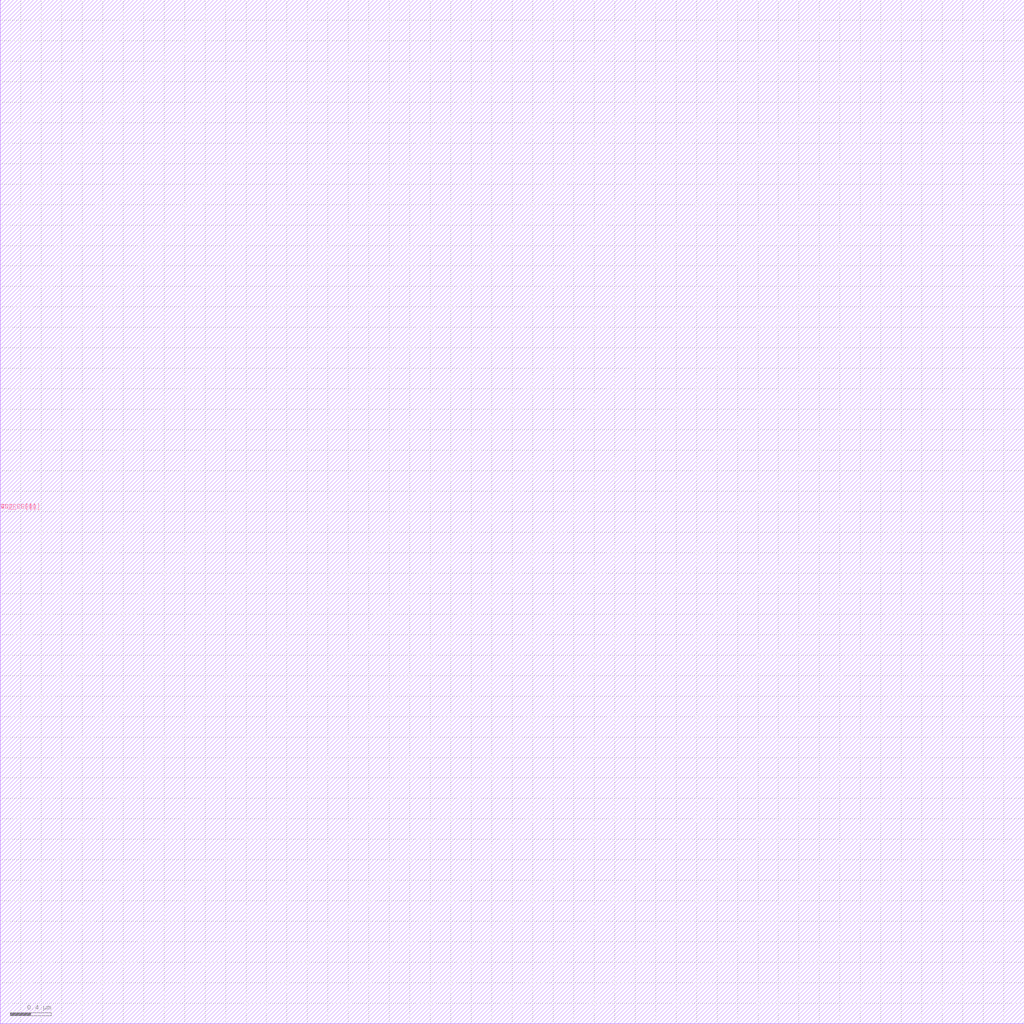
<source format=lef>
VERSION 5.8 ;
BUSBITCHARS "[]" ;
DIVIDERCHAR "/" ;
UNITS
	DATABASE MICRONS 1000 ;
END UNITS

MANUFACTURINGGRID 0.005 ;

USEMINSPACING OBS OFF ;

PROPERTYDEFINITIONS
LAYER LEF58_TYPE STRING ;
LAYER LEF58_SPACING STRING ;
LAYER LEF58_WIDTH STRING ;
LAYER LEF58_AREA STRING ;
LAYER LEF58_MINENCLOSEDAREA STRING ;
END PROPERTYDEFINITIONS

LAYER metal1
	TYPE ROUTING ;
	DIRECTION HORIZONTAL ;
	PITCH 1 ;
	WIDTH 1 ;
END metal1

MACRO MACRO_CELL
  CLASS BLOCK ;
  ORIGIN 0 0 ;
  SIZE 10 BY 10 ;
  SYMMETRY X Y R90 ;
  PIN VDD
    DIRECTION INPUT ;
    USE SIGNAL ;
    PORT
      LAYER metal1 ;
        RECT 0 5 0 5 ;
    END
  END VDD
  PIN GND
    DIRECTION INPUT ;
    USE SIGNAL ;
    PORT
      LAYER metal1 ;
        RECT 0 5 0 5 ;
    END
  END GND
  PIN IN_REG[0]
    DIRECTION INPUT ;
    USE SIGNAL ;
    PORT
      LAYER metal1 ;
        RECT 0 5 0 5 ;
    END
  END IN_REG[0]
  PIN IN_REG[1]
    DIRECTION INPUT ;
    USE SIGNAL ;
    PORT
      LAYER metal1 ;
        RECT 0 5 0 5 ;
    END
  END IN_REG[1]
  PIN OUT_REG[0]
    DIRECTION INPUT ;
    USE SIGNAL ;
    PORT
      LAYER metal1 ;
        RECT 0 5 0 5 ;
    END
  END OUT_REG[0]
  PIN OUT_REG[1]
    DIRECTION INPUT ;
    USE SIGNAL ;
    PORT
      LAYER metal1 ;
        RECT 0 5 0 5 ;
    END
  END OUT_REG[1]
END MACRO_CELL

END LIBRARY

</source>
